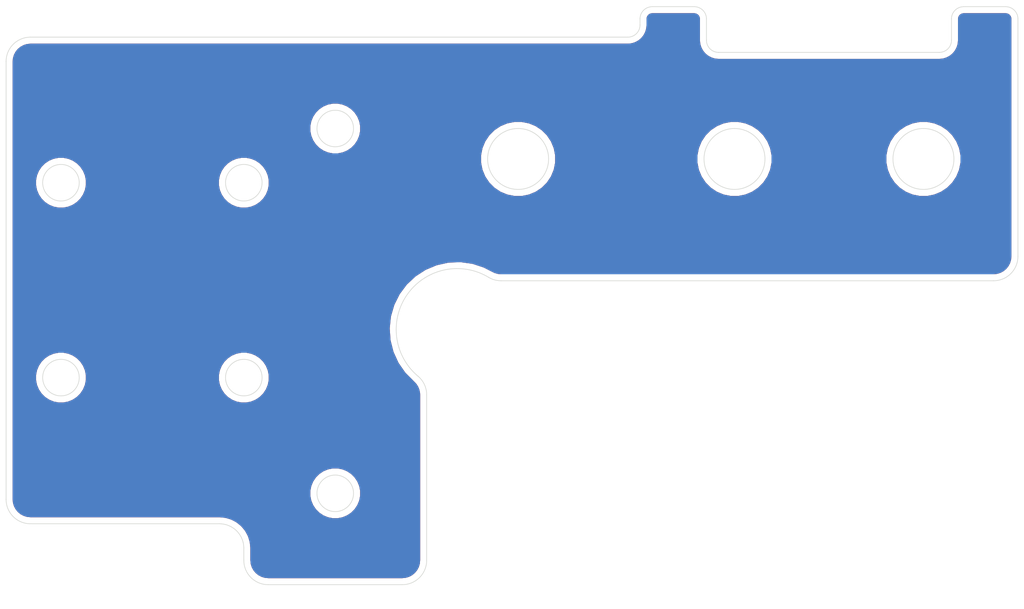
<source format=kicad_pcb>
(kicad_pcb (version 20171130) (host pcbnew 5.1.9+dfsg1-1+deb11u1)

  (general
    (thickness 1.6)
    (drawings 39)
    (tracks 0)
    (zones 0)
    (modules 0)
    (nets 1)
  )

  (page A4)
  (layers
    (0 F.Cu signal)
    (31 B.Cu signal)
    (32 B.Adhes user)
    (33 F.Adhes user)
    (34 B.Paste user)
    (35 F.Paste user)
    (36 B.SilkS user)
    (37 F.SilkS user)
    (38 B.Mask user)
    (39 F.Mask user)
    (40 Dwgs.User user)
    (41 Cmts.User user)
    (42 Eco1.User user)
    (43 Eco2.User user)
    (44 Edge.Cuts user)
    (45 Margin user)
    (46 B.CrtYd user)
    (47 F.CrtYd user)
    (48 B.Fab user)
    (49 F.Fab user)
  )

  (setup
    (last_trace_width 0.25)
    (trace_clearance 0.2)
    (zone_clearance 0.508)
    (zone_45_only no)
    (trace_min 0.2)
    (via_size 0.8)
    (via_drill 0.4)
    (via_min_size 0.4)
    (via_min_drill 0.3)
    (uvia_size 0.3)
    (uvia_drill 0.1)
    (uvias_allowed no)
    (uvia_min_size 0.2)
    (uvia_min_drill 0.1)
    (edge_width 0.05)
    (segment_width 0.2)
    (pcb_text_width 0.3)
    (pcb_text_size 1.5 1.5)
    (mod_edge_width 0.12)
    (mod_text_size 1 1)
    (mod_text_width 0.15)
    (pad_size 1.524 1.524)
    (pad_drill 0.762)
    (pad_to_mask_clearance 0)
    (aux_axis_origin 0 0)
    (visible_elements FFFFFF7F)
    (pcbplotparams
      (layerselection 0x010fc_ffffffff)
      (usegerberextensions true)
      (usegerberattributes false)
      (usegerberadvancedattributes false)
      (creategerberjobfile false)
      (excludeedgelayer true)
      (linewidth 0.100000)
      (plotframeref false)
      (viasonmask false)
      (mode 1)
      (useauxorigin false)
      (hpglpennumber 1)
      (hpglpenspeed 20)
      (hpglpendiameter 15.000000)
      (psnegative false)
      (psa4output false)
      (plotreference true)
      (plotvalue true)
      (plotinvisibletext false)
      (padsonsilk false)
      (subtractmaskfromsilk true)
      (outputformat 1)
      (mirror false)
      (drillshape 0)
      (scaleselection 1)
      (outputdirectory "y-carrier-rf-gerber/"))
  )

  (net 0 "")

  (net_class Default "This is the default net class."
    (clearance 0.2)
    (trace_width 0.25)
    (via_dia 0.8)
    (via_drill 0.4)
    (uvia_dia 0.3)
    (uvia_drill 0.1)
  )

  (gr_line (start 131 123) (end 115.5 123) (layer Edge.Cuts) (width 0.05))
  (gr_circle (center 133 111) (end 134.5 111) (layer Edge.Cuts) (width 0.05))
  (gr_line (start 195.5 80.55) (end 192.05 80.55) (layer Edge.Cuts) (width 0.05))
  (gr_arc (start 190.05 83.3) (end 190.05 84.3) (angle -90) (layer Edge.Cuts) (width 0.05))
  (gr_arc (start 171.95 83.3) (end 170.95 83.3) (angle -90) (layer Edge.Cuts) (width 0.05))
  (gr_arc (start 194.5 101.05) (end 194.5 103.05) (angle -90) (layer Edge.Cuts) (width 0.05))
  (gr_circle (center 133 95) (end 134.5 95) (layer Edge.Cuts) (width 0.05))
  (gr_line (start 148 112.4119) (end 148 126) (layer Edge.Cuts) (width 0.05))
  (gr_line (start 135 128) (end 146 128) (layer Edge.Cuts) (width 0.05))
  (gr_line (start 133 126) (end 133 125) (layer Edge.Cuts) (width 0.05))
  (gr_arc (start 115.5 121) (end 113.5 121) (angle -90) (layer Edge.Cuts) (width 0.05))
  (gr_arc (start 115.5 85.05) (end 115.5 83.05) (angle -90) (layer Edge.Cuts) (width 0.05))
  (gr_arc (start 154.1056 101.05) (end 153.075434 102.764281) (angle -31.003) (layer Edge.Cuts) (width 0.05))
  (gr_line (start 169.95 80.55) (end 166.5 80.55) (layer Edge.Cuts) (width 0.05))
  (gr_circle (center 173.25 93.05) (end 175.75 93.05) (layer Edge.Cuts) (width 0.05))
  (gr_arc (start 135 126) (end 133 126) (angle -90) (layer Edge.Cuts) (width 0.05))
  (gr_arc (start 169.95 81.55) (end 170.95 81.55) (angle -90) (layer Edge.Cuts) (width 0.05))
  (gr_line (start 165.5 81.55) (end 165.5 82.05) (layer Edge.Cuts) (width 0.05))
  (gr_line (start 191.05 83.3) (end 191.05 81.55) (layer Edge.Cuts) (width 0.05))
  (gr_line (start 194.5 103.05) (end 154.1056 103.05) (layer Edge.Cuts) (width 0.05))
  (gr_arc (start 146 126) (end 146 128) (angle -90) (layer Edge.Cuts) (width 0.05))
  (gr_arc (start 146 112.4119) (end 148 112.4119) (angle -49.9948) (layer Edge.Cuts) (width 0.05))
  (gr_arc (start 150.5 107.05) (end 153.075392 102.764285) (angle -170.9977) (layer Edge.Cuts) (width 0.05))
  (gr_circle (center 118 95) (end 119.5 95) (layer Edge.Cuts) (width 0.05))
  (gr_line (start 170.95 81.55) (end 170.95 83.3) (layer Edge.Cuts) (width 0.05))
  (gr_arc (start 131 125) (end 133 125) (angle -90) (layer Edge.Cuts) (width 0.05))
  (gr_arc (start 192.05 81.55) (end 192.05 80.55) (angle -90) (layer Edge.Cuts) (width 0.05))
  (gr_arc (start 166.5 81.55) (end 166.5 80.55) (angle -90) (layer Edge.Cuts) (width 0.05))
  (gr_arc (start 195.5 81.55) (end 196.5 81.55) (angle -90) (layer Edge.Cuts) (width 0.05))
  (gr_line (start 196.5 81.55) (end 196.5 101.05) (layer Edge.Cuts) (width 0.05))
  (gr_circle (center 140.5 120.5) (end 142 120.5) (layer Edge.Cuts) (width 0.05))
  (gr_circle (center 188.75 93.05) (end 191.25 93.05) (layer Edge.Cuts) (width 0.05))
  (gr_line (start 115.5 83.05) (end 164.5 83.05) (layer Edge.Cuts) (width 0.05))
  (gr_circle (center 155.5 93.05) (end 158 93.05) (layer Edge.Cuts) (width 0.05))
  (gr_line (start 171.95 84.3) (end 190.05 84.3) (layer Edge.Cuts) (width 0.05))
  (gr_line (start 113.5 85.05) (end 113.5 121) (layer Edge.Cuts) (width 0.05))
  (gr_arc (start 164.5 82.05) (end 164.5 83.05) (angle -90) (layer Edge.Cuts) (width 0.05))
  (gr_circle (center 140.5 90.55) (end 142 90.55) (layer Edge.Cuts) (width 0.05))
  (gr_circle (center 118 111) (end 119.5 111) (layer Edge.Cuts) (width 0.05))

  (zone (net 0) (net_name "") (layer F.Cu) (tstamp 64C3C1D6) (hatch edge 0.508)
    (connect_pads (clearance 0.508))
    (min_thickness 0.254)
    (fill yes (arc_segments 32) (thermal_gap 0.508) (thermal_bridge_width 0.508))
    (polygon
      (pts
        (xy 197 130) (xy 113 129) (xy 113 80) (xy 197 80)
      )
    )
    (filled_polygon
      (pts
        (xy 170.015424 81.21958) (xy 170.078356 81.23858) (xy 170.136405 81.269445) (xy 170.187343 81.310989) (xy 170.229248 81.361644)
        (xy 170.260515 81.419471) (xy 170.279956 81.482272) (xy 170.29 81.577836) (xy 170.290001 83.332419) (xy 170.292783 83.360664)
        (xy 170.29274 83.366801) (xy 170.29364 83.375972) (xy 170.314041 83.570069) (xy 170.326068 83.628658) (xy 170.337277 83.687423)
        (xy 170.339941 83.696245) (xy 170.397653 83.882683) (xy 170.420838 83.937838) (xy 170.443242 83.993291) (xy 170.447568 84.001427)
        (xy 170.540393 84.173104) (xy 170.573846 84.222699) (xy 170.6066 84.272753) (xy 170.612424 84.279894) (xy 170.736828 84.430272)
        (xy 170.779263 84.472411) (xy 170.821126 84.515161) (xy 170.828227 84.521034) (xy 170.979469 84.644384) (xy 171.029277 84.677477)
        (xy 171.078651 84.711284) (xy 171.086757 84.715667) (xy 171.25908 84.807292) (xy 171.314392 84.83009) (xy 171.369366 84.853652)
        (xy 171.378169 84.856377) (xy 171.565006 84.912786) (xy 171.623686 84.924405) (xy 171.682196 84.936842) (xy 171.691361 84.937805)
        (xy 171.885594 84.95685) (xy 171.885598 84.95685) (xy 171.917581 84.96) (xy 190.082419 84.96) (xy 190.110674 84.957217)
        (xy 190.116801 84.95726) (xy 190.125972 84.95636) (xy 190.320069 84.935959) (xy 190.378658 84.923932) (xy 190.437423 84.912723)
        (xy 190.446245 84.910059) (xy 190.632683 84.852347) (xy 190.687838 84.829162) (xy 190.743291 84.806758) (xy 190.751427 84.802432)
        (xy 190.923104 84.709607) (xy 190.972699 84.676154) (xy 191.022753 84.6434) (xy 191.029894 84.637576) (xy 191.180272 84.513172)
        (xy 191.222411 84.470737) (xy 191.265161 84.428874) (xy 191.271034 84.421773) (xy 191.394384 84.270531) (xy 191.427477 84.220723)
        (xy 191.461284 84.171349) (xy 191.465667 84.163243) (xy 191.557292 83.99092) (xy 191.58009 83.935608) (xy 191.603652 83.880634)
        (xy 191.606377 83.871831) (xy 191.662786 83.684994) (xy 191.674405 83.626314) (xy 191.686842 83.567804) (xy 191.687805 83.558639)
        (xy 191.70685 83.364406) (xy 191.70685 83.364402) (xy 191.71 83.332419) (xy 191.71 81.582279) (xy 191.71958 81.484576)
        (xy 191.73858 81.421644) (xy 191.769445 81.363595) (xy 191.810989 81.312657) (xy 191.861644 81.270752) (xy 191.919471 81.239485)
        (xy 191.982272 81.220044) (xy 192.077835 81.21) (xy 195.467721 81.21) (xy 195.565424 81.21958) (xy 195.628356 81.23858)
        (xy 195.686405 81.269445) (xy 195.737343 81.310989) (xy 195.779248 81.361644) (xy 195.810515 81.419471) (xy 195.829956 81.482272)
        (xy 195.84 81.577835) (xy 195.840001 101.017711) (xy 195.811375 101.30966) (xy 195.735965 101.559429) (xy 195.613477 101.789794)
        (xy 195.448579 101.991979) (xy 195.247546 102.158288) (xy 195.018046 102.282378) (xy 194.768805 102.359531) (xy 194.478911 102.39)
        (xy 154.137879 102.39) (xy 153.84594 102.361375) (xy 153.588951 102.283785) (xy 153.371999 102.174663) (xy 153.371938 102.174639)
        (xy 152.770809 101.866975) (xy 152.757971 101.861787) (xy 152.745955 101.854904) (xy 152.675211 101.827173) (xy 151.830281 101.550925)
        (xy 151.810047 101.546252) (xy 151.790487 101.539285) (xy 151.71595 101.52452) (xy 150.835454 101.402263) (xy 150.814717 101.401247)
        (xy 150.794228 101.397853) (xy 150.718255 101.39652) (xy 150.718254 101.39652) (xy 149.830025 101.432117) (xy 149.809431 101.43479)
        (xy 149.788669 101.435078) (xy 149.71366 101.44722) (xy 148.845772 101.639547) (xy 148.825976 101.645825) (xy 148.805594 101.649785)
        (xy 148.733921 101.675018) (xy 147.913807 102.017995) (xy 147.895441 102.027676) (xy 147.876077 102.035185) (xy 147.810005 102.072712)
        (xy 147.063589 102.555498) (xy 147.047226 102.56828) (xy 147.0295 102.579098) (xy 146.971117 102.627732) (xy 146.321992 103.235067)
        (xy 146.308152 103.250544) (xy 146.292621 103.26433) (xy 146.243774 103.322534) (xy 145.712457 104.03522) (xy 145.701577 104.052901)
        (xy 145.688731 104.069223) (xy 145.650963 104.135157) (xy 145.254249 104.930668) (xy 145.246673 104.949996) (xy 145.23692 104.968334)
        (xy 145.211425 105.039914) (xy 144.961854 105.893106) (xy 144.95782 105.91347) (xy 144.951469 105.933245) (xy 144.939052 106.008209)
        (xy 144.844512 106.89211) (xy 144.844148 106.912875) (xy 144.8414 106.933455) (xy 144.842454 107.009433) (xy 144.905934 107.896107)
        (xy 144.909252 107.916602) (xy 144.910192 107.93735) (xy 144.924684 108.01194) (xy 145.144177 108.873358) (xy 145.151074 108.892948)
        (xy 145.155672 108.913194) (xy 145.183144 108.984039) (xy 145.551712 109.792975) (xy 145.561967 109.811031) (xy 145.570079 109.830146)
        (xy 145.609662 109.895007) (xy 146.115655 110.62589) (xy 146.128943 110.641842) (xy 146.140315 110.659223) (xy 146.190758 110.716049)
        (xy 146.816161 111.343748) (xy 147.04192 111.574327) (xy 147.184763 111.792657) (xy 147.282478 112.034573) (xy 147.334606 112.307971)
        (xy 147.34 112.426865) (xy 147.340001 125.967711) (xy 147.311375 126.25966) (xy 147.235965 126.509429) (xy 147.113477 126.739794)
        (xy 146.948579 126.941979) (xy 146.747546 127.108288) (xy 146.518046 127.232378) (xy 146.268805 127.309531) (xy 145.978911 127.34)
        (xy 135.032279 127.34) (xy 134.74034 127.311375) (xy 134.490571 127.235965) (xy 134.260206 127.113477) (xy 134.058021 126.948579)
        (xy 133.891712 126.747546) (xy 133.767622 126.518046) (xy 133.690469 126.268805) (xy 133.66 125.978911) (xy 133.66 124.967581)
        (xy 133.657148 124.938627) (xy 133.657235 124.926219) (xy 133.656335 124.917047) (xy 133.615534 124.528855) (xy 133.603514 124.470299)
        (xy 133.592298 124.411498) (xy 133.589634 124.402677) (xy 133.47421 124.029802) (xy 133.451025 123.974647) (xy 133.428621 123.919194)
        (xy 133.424294 123.911058) (xy 133.424294 123.911057) (xy 133.424291 123.911053) (xy 133.238643 123.567702) (xy 133.205187 123.518101)
        (xy 133.172437 123.468054) (xy 133.166613 123.460913) (xy 132.917806 123.160158) (xy 132.875371 123.118019) (xy 132.833508 123.075269)
        (xy 132.826407 123.069396) (xy 132.523923 122.822695) (xy 132.474107 122.789598) (xy 132.424741 122.755795) (xy 132.416635 122.751413)
        (xy 132.071993 122.568163) (xy 132.016687 122.545368) (xy 131.961704 122.521802) (xy 131.952901 122.519077) (xy 131.57923 122.406259)
        (xy 131.520542 122.394639) (xy 131.462039 122.382203) (xy 131.452874 122.38124) (xy 131.064405 122.34315) (xy 131.064402 122.34315)
        (xy 131.032419 122.34) (xy 115.532279 122.34) (xy 115.24034 122.311375) (xy 114.990571 122.235965) (xy 114.760206 122.113477)
        (xy 114.558021 121.948579) (xy 114.391712 121.747546) (xy 114.267622 121.518046) (xy 114.190469 121.268805) (xy 114.16 120.978911)
        (xy 114.16 120.286323) (xy 138.330497 120.286323) (xy 138.330497 120.713677) (xy 138.41387 121.132821) (xy 138.577412 121.527645)
        (xy 138.814837 121.882977) (xy 139.117023 122.185163) (xy 139.472355 122.422588) (xy 139.867179 122.58613) (xy 140.286323 122.669503)
        (xy 140.713677 122.669503) (xy 141.132821 122.58613) (xy 141.527645 122.422588) (xy 141.882977 122.185163) (xy 142.185163 121.882977)
        (xy 142.422588 121.527645) (xy 142.58613 121.132821) (xy 142.669503 120.713677) (xy 142.669503 120.286323) (xy 142.58613 119.867179)
        (xy 142.422588 119.472355) (xy 142.185163 119.117023) (xy 141.882977 118.814837) (xy 141.527645 118.577412) (xy 141.132821 118.41387)
        (xy 140.713677 118.330497) (xy 140.286323 118.330497) (xy 139.867179 118.41387) (xy 139.472355 118.577412) (xy 139.117023 118.814837)
        (xy 138.814837 119.117023) (xy 138.577412 119.472355) (xy 138.41387 119.867179) (xy 138.330497 120.286323) (xy 114.16 120.286323)
        (xy 114.16 110.786323) (xy 115.830497 110.786323) (xy 115.830497 111.213677) (xy 115.91387 111.632821) (xy 116.077412 112.027645)
        (xy 116.314837 112.382977) (xy 116.617023 112.685163) (xy 116.972355 112.922588) (xy 117.367179 113.08613) (xy 117.786323 113.169503)
        (xy 118.213677 113.169503) (xy 118.632821 113.08613) (xy 119.027645 112.922588) (xy 119.382977 112.685163) (xy 119.685163 112.382977)
        (xy 119.922588 112.027645) (xy 120.08613 111.632821) (xy 120.169503 111.213677) (xy 120.169503 110.786323) (xy 130.830497 110.786323)
        (xy 130.830497 111.213677) (xy 130.91387 111.632821) (xy 131.077412 112.027645) (xy 131.314837 112.382977) (xy 131.617023 112.685163)
        (xy 131.972355 112.922588) (xy 132.367179 113.08613) (xy 132.786323 113.169503) (xy 133.213677 113.169503) (xy 133.632821 113.08613)
        (xy 134.027645 112.922588) (xy 134.382977 112.685163) (xy 134.685163 112.382977) (xy 134.922588 112.027645) (xy 135.08613 111.632821)
        (xy 135.169503 111.213677) (xy 135.169503 110.786323) (xy 135.08613 110.367179) (xy 134.922588 109.972355) (xy 134.685163 109.617023)
        (xy 134.382977 109.314837) (xy 134.027645 109.077412) (xy 133.632821 108.91387) (xy 133.213677 108.830497) (xy 132.786323 108.830497)
        (xy 132.367179 108.91387) (xy 131.972355 109.077412) (xy 131.617023 109.314837) (xy 131.314837 109.617023) (xy 131.077412 109.972355)
        (xy 130.91387 110.367179) (xy 130.830497 110.786323) (xy 120.169503 110.786323) (xy 120.08613 110.367179) (xy 119.922588 109.972355)
        (xy 119.685163 109.617023) (xy 119.382977 109.314837) (xy 119.027645 109.077412) (xy 118.632821 108.91387) (xy 118.213677 108.830497)
        (xy 117.786323 108.830497) (xy 117.367179 108.91387) (xy 116.972355 109.077412) (xy 116.617023 109.314837) (xy 116.314837 109.617023)
        (xy 116.077412 109.972355) (xy 115.91387 110.367179) (xy 115.830497 110.786323) (xy 114.16 110.786323) (xy 114.16 94.786323)
        (xy 115.830497 94.786323) (xy 115.830497 95.213677) (xy 115.91387 95.632821) (xy 116.077412 96.027645) (xy 116.314837 96.382977)
        (xy 116.617023 96.685163) (xy 116.972355 96.922588) (xy 117.367179 97.08613) (xy 117.786323 97.169503) (xy 118.213677 97.169503)
        (xy 118.632821 97.08613) (xy 119.027645 96.922588) (xy 119.382977 96.685163) (xy 119.685163 96.382977) (xy 119.922588 96.027645)
        (xy 120.08613 95.632821) (xy 120.169503 95.213677) (xy 120.169503 94.786323) (xy 130.830497 94.786323) (xy 130.830497 95.213677)
        (xy 130.91387 95.632821) (xy 131.077412 96.027645) (xy 131.314837 96.382977) (xy 131.617023 96.685163) (xy 131.972355 96.922588)
        (xy 132.367179 97.08613) (xy 132.786323 97.169503) (xy 133.213677 97.169503) (xy 133.632821 97.08613) (xy 134.027645 96.922588)
        (xy 134.382977 96.685163) (xy 134.685163 96.382977) (xy 134.922588 96.027645) (xy 135.08613 95.632821) (xy 135.169503 95.213677)
        (xy 135.169503 94.786323) (xy 135.08613 94.367179) (xy 134.922588 93.972355) (xy 134.685163 93.617023) (xy 134.382977 93.314837)
        (xy 134.027645 93.077412) (xy 133.632821 92.91387) (xy 133.213677 92.830497) (xy 132.786323 92.830497) (xy 132.367179 92.91387)
        (xy 131.972355 93.077412) (xy 131.617023 93.314837) (xy 131.314837 93.617023) (xy 131.077412 93.972355) (xy 130.91387 94.367179)
        (xy 130.830497 94.786323) (xy 120.169503 94.786323) (xy 120.08613 94.367179) (xy 119.922588 93.972355) (xy 119.685163 93.617023)
        (xy 119.382977 93.314837) (xy 119.027645 93.077412) (xy 118.632821 92.91387) (xy 118.213677 92.830497) (xy 117.786323 92.830497)
        (xy 117.367179 92.91387) (xy 116.972355 93.077412) (xy 116.617023 93.314837) (xy 116.314837 93.617023) (xy 116.077412 93.972355)
        (xy 115.91387 94.367179) (xy 115.830497 94.786323) (xy 114.16 94.786323) (xy 114.16 92.738305) (xy 152.335313 92.738305)
        (xy 152.335313 93.361695) (xy 152.45693 93.973105) (xy 152.69549 94.549042) (xy 153.041827 95.067371) (xy 153.482629 95.508173)
        (xy 154.000958 95.85451) (xy 154.576895 96.09307) (xy 155.188305 96.214687) (xy 155.811695 96.214687) (xy 156.423105 96.09307)
        (xy 156.999042 95.85451) (xy 157.517371 95.508173) (xy 157.958173 95.067371) (xy 158.30451 94.549042) (xy 158.54307 93.973105)
        (xy 158.664687 93.361695) (xy 158.664687 92.738305) (xy 170.085313 92.738305) (xy 170.085313 93.361695) (xy 170.20693 93.973105)
        (xy 170.44549 94.549042) (xy 170.791827 95.067371) (xy 171.232629 95.508173) (xy 171.750958 95.85451) (xy 172.326895 96.09307)
        (xy 172.938305 96.214687) (xy 173.561695 96.214687) (xy 174.173105 96.09307) (xy 174.749042 95.85451) (xy 175.267371 95.508173)
        (xy 175.708173 95.067371) (xy 176.05451 94.549042) (xy 176.29307 93.973105) (xy 176.414687 93.361695) (xy 176.414687 92.738305)
        (xy 185.585313 92.738305) (xy 185.585313 93.361695) (xy 185.70693 93.973105) (xy 185.94549 94.549042) (xy 186.291827 95.067371)
        (xy 186.732629 95.508173) (xy 187.250958 95.85451) (xy 187.826895 96.09307) (xy 188.438305 96.214687) (xy 189.061695 96.214687)
        (xy 189.673105 96.09307) (xy 190.249042 95.85451) (xy 190.767371 95.508173) (xy 191.208173 95.067371) (xy 191.55451 94.549042)
        (xy 191.79307 93.973105) (xy 191.914687 93.361695) (xy 191.914687 92.738305) (xy 191.79307 92.126895) (xy 191.55451 91.550958)
        (xy 191.208173 91.032629) (xy 190.767371 90.591827) (xy 190.249042 90.24549) (xy 189.673105 90.00693) (xy 189.061695 89.885313)
        (xy 188.438305 89.885313) (xy 187.826895 90.00693) (xy 187.250958 90.24549) (xy 186.732629 90.591827) (xy 186.291827 91.032629)
        (xy 185.94549 91.550958) (xy 185.70693 92.126895) (xy 185.585313 92.738305) (xy 176.414687 92.738305) (xy 176.29307 92.126895)
        (xy 176.05451 91.550958) (xy 175.708173 91.032629) (xy 175.267371 90.591827) (xy 174.749042 90.24549) (xy 174.173105 90.00693)
        (xy 173.561695 89.885313) (xy 172.938305 89.885313) (xy 172.326895 90.00693) (xy 171.750958 90.24549) (xy 171.232629 90.591827)
        (xy 170.791827 91.032629) (xy 170.44549 91.550958) (xy 170.20693 92.126895) (xy 170.085313 92.738305) (xy 158.664687 92.738305)
        (xy 158.54307 92.126895) (xy 158.30451 91.550958) (xy 157.958173 91.032629) (xy 157.517371 90.591827) (xy 156.999042 90.24549)
        (xy 156.423105 90.00693) (xy 155.811695 89.885313) (xy 155.188305 89.885313) (xy 154.576895 90.00693) (xy 154.000958 90.24549)
        (xy 153.482629 90.591827) (xy 153.041827 91.032629) (xy 152.69549 91.550958) (xy 152.45693 92.126895) (xy 152.335313 92.738305)
        (xy 114.16 92.738305) (xy 114.16 90.336323) (xy 138.330497 90.336323) (xy 138.330497 90.763677) (xy 138.41387 91.182821)
        (xy 138.577412 91.577645) (xy 138.814837 91.932977) (xy 139.117023 92.235163) (xy 139.472355 92.472588) (xy 139.867179 92.63613)
        (xy 140.286323 92.719503) (xy 140.713677 92.719503) (xy 141.132821 92.63613) (xy 141.527645 92.472588) (xy 141.882977 92.235163)
        (xy 142.185163 91.932977) (xy 142.422588 91.577645) (xy 142.58613 91.182821) (xy 142.669503 90.763677) (xy 142.669503 90.336323)
        (xy 142.58613 89.917179) (xy 142.422588 89.522355) (xy 142.185163 89.167023) (xy 141.882977 88.864837) (xy 141.527645 88.627412)
        (xy 141.132821 88.46387) (xy 140.713677 88.380497) (xy 140.286323 88.380497) (xy 139.867179 88.46387) (xy 139.472355 88.627412)
        (xy 139.117023 88.864837) (xy 138.814837 89.167023) (xy 138.577412 89.522355) (xy 138.41387 89.917179) (xy 138.330497 90.336323)
        (xy 114.16 90.336323) (xy 114.16 85.082279) (xy 114.188625 84.790341) (xy 114.264035 84.540571) (xy 114.386522 84.310208)
        (xy 114.551422 84.10802) (xy 114.75245 83.941714) (xy 114.981954 83.817622) (xy 115.231195 83.740469) (xy 115.521088 83.71)
        (xy 164.532419 83.71) (xy 164.560674 83.707217) (xy 164.566801 83.70726) (xy 164.575972 83.70636) (xy 164.770069 83.685959)
        (xy 164.828658 83.673932) (xy 164.887423 83.662723) (xy 164.896245 83.660059) (xy 165.082683 83.602347) (xy 165.137838 83.579162)
        (xy 165.193291 83.556758) (xy 165.201427 83.552432) (xy 165.373104 83.459607) (xy 165.422699 83.426154) (xy 165.472753 83.3934)
        (xy 165.479894 83.387576) (xy 165.630272 83.263172) (xy 165.672411 83.220737) (xy 165.715161 83.178874) (xy 165.721034 83.171773)
        (xy 165.844384 83.020531) (xy 165.877477 82.970723) (xy 165.911284 82.921349) (xy 165.915667 82.913243) (xy 166.007292 82.74092)
        (xy 166.03009 82.685608) (xy 166.053652 82.630634) (xy 166.056377 82.621831) (xy 166.112786 82.434994) (xy 166.124405 82.376314)
        (xy 166.136842 82.317804) (xy 166.137805 82.308639) (xy 166.15685 82.114406) (xy 166.15685 82.114402) (xy 166.16 82.082419)
        (xy 166.16 81.582279) (xy 166.16958 81.484576) (xy 166.18858 81.421644) (xy 166.219445 81.363595) (xy 166.260989 81.312657)
        (xy 166.311644 81.270752) (xy 166.369471 81.239485) (xy 166.432272 81.220044) (xy 166.527835 81.21) (xy 169.917721 81.21)
      )
    )
  )
  (zone (net 0) (net_name "") (layer B.Cu) (tstamp 64C3C1D3) (hatch edge 0.508)
    (connect_pads (clearance 0.508))
    (min_thickness 0.254)
    (fill yes (arc_segments 32) (thermal_gap 0.508) (thermal_bridge_width 0.508))
    (polygon
      (pts
        (xy 197 130) (xy 113 129) (xy 113 80) (xy 197 80)
      )
    )
    (filled_polygon
      (pts
        (xy 170.015424 81.21958) (xy 170.078356 81.23858) (xy 170.136405 81.269445) (xy 170.187343 81.310989) (xy 170.229248 81.361644)
        (xy 170.260515 81.419471) (xy 170.279956 81.482272) (xy 170.29 81.577836) (xy 170.290001 83.332419) (xy 170.292783 83.360664)
        (xy 170.29274 83.366801) (xy 170.29364 83.375972) (xy 170.314041 83.570069) (xy 170.326068 83.628658) (xy 170.337277 83.687423)
        (xy 170.339941 83.696245) (xy 170.397653 83.882683) (xy 170.420838 83.937838) (xy 170.443242 83.993291) (xy 170.447568 84.001427)
        (xy 170.540393 84.173104) (xy 170.573846 84.222699) (xy 170.6066 84.272753) (xy 170.612424 84.279894) (xy 170.736828 84.430272)
        (xy 170.779263 84.472411) (xy 170.821126 84.515161) (xy 170.828227 84.521034) (xy 170.979469 84.644384) (xy 171.029277 84.677477)
        (xy 171.078651 84.711284) (xy 171.086757 84.715667) (xy 171.25908 84.807292) (xy 171.314392 84.83009) (xy 171.369366 84.853652)
        (xy 171.378169 84.856377) (xy 171.565006 84.912786) (xy 171.623686 84.924405) (xy 171.682196 84.936842) (xy 171.691361 84.937805)
        (xy 171.885594 84.95685) (xy 171.885598 84.95685) (xy 171.917581 84.96) (xy 190.082419 84.96) (xy 190.110674 84.957217)
        (xy 190.116801 84.95726) (xy 190.125972 84.95636) (xy 190.320069 84.935959) (xy 190.378658 84.923932) (xy 190.437423 84.912723)
        (xy 190.446245 84.910059) (xy 190.632683 84.852347) (xy 190.687838 84.829162) (xy 190.743291 84.806758) (xy 190.751427 84.802432)
        (xy 190.923104 84.709607) (xy 190.972699 84.676154) (xy 191.022753 84.6434) (xy 191.029894 84.637576) (xy 191.180272 84.513172)
        (xy 191.222411 84.470737) (xy 191.265161 84.428874) (xy 191.271034 84.421773) (xy 191.394384 84.270531) (xy 191.427477 84.220723)
        (xy 191.461284 84.171349) (xy 191.465667 84.163243) (xy 191.557292 83.99092) (xy 191.58009 83.935608) (xy 191.603652 83.880634)
        (xy 191.606377 83.871831) (xy 191.662786 83.684994) (xy 191.674405 83.626314) (xy 191.686842 83.567804) (xy 191.687805 83.558639)
        (xy 191.70685 83.364406) (xy 191.70685 83.364402) (xy 191.71 83.332419) (xy 191.71 81.582279) (xy 191.71958 81.484576)
        (xy 191.73858 81.421644) (xy 191.769445 81.363595) (xy 191.810989 81.312657) (xy 191.861644 81.270752) (xy 191.919471 81.239485)
        (xy 191.982272 81.220044) (xy 192.077835 81.21) (xy 195.467721 81.21) (xy 195.565424 81.21958) (xy 195.628356 81.23858)
        (xy 195.686405 81.269445) (xy 195.737343 81.310989) (xy 195.779248 81.361644) (xy 195.810515 81.419471) (xy 195.829956 81.482272)
        (xy 195.84 81.577835) (xy 195.840001 101.017711) (xy 195.811375 101.30966) (xy 195.735965 101.559429) (xy 195.613477 101.789794)
        (xy 195.448579 101.991979) (xy 195.247546 102.158288) (xy 195.018046 102.282378) (xy 194.768805 102.359531) (xy 194.478911 102.39)
        (xy 154.137879 102.39) (xy 153.84594 102.361375) (xy 153.588951 102.283785) (xy 153.371999 102.174663) (xy 153.371938 102.174639)
        (xy 152.770809 101.866975) (xy 152.757971 101.861787) (xy 152.745955 101.854904) (xy 152.675211 101.827173) (xy 151.830281 101.550925)
        (xy 151.810047 101.546252) (xy 151.790487 101.539285) (xy 151.71595 101.52452) (xy 150.835454 101.402263) (xy 150.814717 101.401247)
        (xy 150.794228 101.397853) (xy 150.718255 101.39652) (xy 150.718254 101.39652) (xy 149.830025 101.432117) (xy 149.809431 101.43479)
        (xy 149.788669 101.435078) (xy 149.71366 101.44722) (xy 148.845772 101.639547) (xy 148.825976 101.645825) (xy 148.805594 101.649785)
        (xy 148.733921 101.675018) (xy 147.913807 102.017995) (xy 147.895441 102.027676) (xy 147.876077 102.035185) (xy 147.810005 102.072712)
        (xy 147.063589 102.555498) (xy 147.047226 102.56828) (xy 147.0295 102.579098) (xy 146.971117 102.627732) (xy 146.321992 103.235067)
        (xy 146.308152 103.250544) (xy 146.292621 103.26433) (xy 146.243774 103.322534) (xy 145.712457 104.03522) (xy 145.701577 104.052901)
        (xy 145.688731 104.069223) (xy 145.650963 104.135157) (xy 145.254249 104.930668) (xy 145.246673 104.949996) (xy 145.23692 104.968334)
        (xy 145.211425 105.039914) (xy 144.961854 105.893106) (xy 144.95782 105.91347) (xy 144.951469 105.933245) (xy 144.939052 106.008209)
        (xy 144.844512 106.89211) (xy 144.844148 106.912875) (xy 144.8414 106.933455) (xy 144.842454 107.009433) (xy 144.905934 107.896107)
        (xy 144.909252 107.916602) (xy 144.910192 107.93735) (xy 144.924684 108.01194) (xy 145.144177 108.873358) (xy 145.151074 108.892948)
        (xy 145.155672 108.913194) (xy 145.183144 108.984039) (xy 145.551712 109.792975) (xy 145.561967 109.811031) (xy 145.570079 109.830146)
        (xy 145.609662 109.895007) (xy 146.115655 110.62589) (xy 146.128943 110.641842) (xy 146.140315 110.659223) (xy 146.190758 110.716049)
        (xy 146.816161 111.343748) (xy 147.04192 111.574327) (xy 147.184763 111.792657) (xy 147.282478 112.034573) (xy 147.334606 112.307971)
        (xy 147.34 112.426865) (xy 147.340001 125.967711) (xy 147.311375 126.25966) (xy 147.235965 126.509429) (xy 147.113477 126.739794)
        (xy 146.948579 126.941979) (xy 146.747546 127.108288) (xy 146.518046 127.232378) (xy 146.268805 127.309531) (xy 145.978911 127.34)
        (xy 135.032279 127.34) (xy 134.74034 127.311375) (xy 134.490571 127.235965) (xy 134.260206 127.113477) (xy 134.058021 126.948579)
        (xy 133.891712 126.747546) (xy 133.767622 126.518046) (xy 133.690469 126.268805) (xy 133.66 125.978911) (xy 133.66 124.967581)
        (xy 133.657148 124.938627) (xy 133.657235 124.926219) (xy 133.656335 124.917047) (xy 133.615534 124.528855) (xy 133.603514 124.470299)
        (xy 133.592298 124.411498) (xy 133.589634 124.402677) (xy 133.47421 124.029802) (xy 133.451025 123.974647) (xy 133.428621 123.919194)
        (xy 133.424294 123.911058) (xy 133.424294 123.911057) (xy 133.424291 123.911053) (xy 133.238643 123.567702) (xy 133.205187 123.518101)
        (xy 133.172437 123.468054) (xy 133.166613 123.460913) (xy 132.917806 123.160158) (xy 132.875371 123.118019) (xy 132.833508 123.075269)
        (xy 132.826407 123.069396) (xy 132.523923 122.822695) (xy 132.474107 122.789598) (xy 132.424741 122.755795) (xy 132.416635 122.751413)
        (xy 132.071993 122.568163) (xy 132.016687 122.545368) (xy 131.961704 122.521802) (xy 131.952901 122.519077) (xy 131.57923 122.406259)
        (xy 131.520542 122.394639) (xy 131.462039 122.382203) (xy 131.452874 122.38124) (xy 131.064405 122.34315) (xy 131.064402 122.34315)
        (xy 131.032419 122.34) (xy 115.532279 122.34) (xy 115.24034 122.311375) (xy 114.990571 122.235965) (xy 114.760206 122.113477)
        (xy 114.558021 121.948579) (xy 114.391712 121.747546) (xy 114.267622 121.518046) (xy 114.190469 121.268805) (xy 114.16 120.978911)
        (xy 114.16 120.286323) (xy 138.330497 120.286323) (xy 138.330497 120.713677) (xy 138.41387 121.132821) (xy 138.577412 121.527645)
        (xy 138.814837 121.882977) (xy 139.117023 122.185163) (xy 139.472355 122.422588) (xy 139.867179 122.58613) (xy 140.286323 122.669503)
        (xy 140.713677 122.669503) (xy 141.132821 122.58613) (xy 141.527645 122.422588) (xy 141.882977 122.185163) (xy 142.185163 121.882977)
        (xy 142.422588 121.527645) (xy 142.58613 121.132821) (xy 142.669503 120.713677) (xy 142.669503 120.286323) (xy 142.58613 119.867179)
        (xy 142.422588 119.472355) (xy 142.185163 119.117023) (xy 141.882977 118.814837) (xy 141.527645 118.577412) (xy 141.132821 118.41387)
        (xy 140.713677 118.330497) (xy 140.286323 118.330497) (xy 139.867179 118.41387) (xy 139.472355 118.577412) (xy 139.117023 118.814837)
        (xy 138.814837 119.117023) (xy 138.577412 119.472355) (xy 138.41387 119.867179) (xy 138.330497 120.286323) (xy 114.16 120.286323)
        (xy 114.16 110.786323) (xy 115.830497 110.786323) (xy 115.830497 111.213677) (xy 115.91387 111.632821) (xy 116.077412 112.027645)
        (xy 116.314837 112.382977) (xy 116.617023 112.685163) (xy 116.972355 112.922588) (xy 117.367179 113.08613) (xy 117.786323 113.169503)
        (xy 118.213677 113.169503) (xy 118.632821 113.08613) (xy 119.027645 112.922588) (xy 119.382977 112.685163) (xy 119.685163 112.382977)
        (xy 119.922588 112.027645) (xy 120.08613 111.632821) (xy 120.169503 111.213677) (xy 120.169503 110.786323) (xy 130.830497 110.786323)
        (xy 130.830497 111.213677) (xy 130.91387 111.632821) (xy 131.077412 112.027645) (xy 131.314837 112.382977) (xy 131.617023 112.685163)
        (xy 131.972355 112.922588) (xy 132.367179 113.08613) (xy 132.786323 113.169503) (xy 133.213677 113.169503) (xy 133.632821 113.08613)
        (xy 134.027645 112.922588) (xy 134.382977 112.685163) (xy 134.685163 112.382977) (xy 134.922588 112.027645) (xy 135.08613 111.632821)
        (xy 135.169503 111.213677) (xy 135.169503 110.786323) (xy 135.08613 110.367179) (xy 134.922588 109.972355) (xy 134.685163 109.617023)
        (xy 134.382977 109.314837) (xy 134.027645 109.077412) (xy 133.632821 108.91387) (xy 133.213677 108.830497) (xy 132.786323 108.830497)
        (xy 132.367179 108.91387) (xy 131.972355 109.077412) (xy 131.617023 109.314837) (xy 131.314837 109.617023) (xy 131.077412 109.972355)
        (xy 130.91387 110.367179) (xy 130.830497 110.786323) (xy 120.169503 110.786323) (xy 120.08613 110.367179) (xy 119.922588 109.972355)
        (xy 119.685163 109.617023) (xy 119.382977 109.314837) (xy 119.027645 109.077412) (xy 118.632821 108.91387) (xy 118.213677 108.830497)
        (xy 117.786323 108.830497) (xy 117.367179 108.91387) (xy 116.972355 109.077412) (xy 116.617023 109.314837) (xy 116.314837 109.617023)
        (xy 116.077412 109.972355) (xy 115.91387 110.367179) (xy 115.830497 110.786323) (xy 114.16 110.786323) (xy 114.16 94.786323)
        (xy 115.830497 94.786323) (xy 115.830497 95.213677) (xy 115.91387 95.632821) (xy 116.077412 96.027645) (xy 116.314837 96.382977)
        (xy 116.617023 96.685163) (xy 116.972355 96.922588) (xy 117.367179 97.08613) (xy 117.786323 97.169503) (xy 118.213677 97.169503)
        (xy 118.632821 97.08613) (xy 119.027645 96.922588) (xy 119.382977 96.685163) (xy 119.685163 96.382977) (xy 119.922588 96.027645)
        (xy 120.08613 95.632821) (xy 120.169503 95.213677) (xy 120.169503 94.786323) (xy 130.830497 94.786323) (xy 130.830497 95.213677)
        (xy 130.91387 95.632821) (xy 131.077412 96.027645) (xy 131.314837 96.382977) (xy 131.617023 96.685163) (xy 131.972355 96.922588)
        (xy 132.367179 97.08613) (xy 132.786323 97.169503) (xy 133.213677 97.169503) (xy 133.632821 97.08613) (xy 134.027645 96.922588)
        (xy 134.382977 96.685163) (xy 134.685163 96.382977) (xy 134.922588 96.027645) (xy 135.08613 95.632821) (xy 135.169503 95.213677)
        (xy 135.169503 94.786323) (xy 135.08613 94.367179) (xy 134.922588 93.972355) (xy 134.685163 93.617023) (xy 134.382977 93.314837)
        (xy 134.027645 93.077412) (xy 133.632821 92.91387) (xy 133.213677 92.830497) (xy 132.786323 92.830497) (xy 132.367179 92.91387)
        (xy 131.972355 93.077412) (xy 131.617023 93.314837) (xy 131.314837 93.617023) (xy 131.077412 93.972355) (xy 130.91387 94.367179)
        (xy 130.830497 94.786323) (xy 120.169503 94.786323) (xy 120.08613 94.367179) (xy 119.922588 93.972355) (xy 119.685163 93.617023)
        (xy 119.382977 93.314837) (xy 119.027645 93.077412) (xy 118.632821 92.91387) (xy 118.213677 92.830497) (xy 117.786323 92.830497)
        (xy 117.367179 92.91387) (xy 116.972355 93.077412) (xy 116.617023 93.314837) (xy 116.314837 93.617023) (xy 116.077412 93.972355)
        (xy 115.91387 94.367179) (xy 115.830497 94.786323) (xy 114.16 94.786323) (xy 114.16 92.738305) (xy 152.335313 92.738305)
        (xy 152.335313 93.361695) (xy 152.45693 93.973105) (xy 152.69549 94.549042) (xy 153.041827 95.067371) (xy 153.482629 95.508173)
        (xy 154.000958 95.85451) (xy 154.576895 96.09307) (xy 155.188305 96.214687) (xy 155.811695 96.214687) (xy 156.423105 96.09307)
        (xy 156.999042 95.85451) (xy 157.517371 95.508173) (xy 157.958173 95.067371) (xy 158.30451 94.549042) (xy 158.54307 93.973105)
        (xy 158.664687 93.361695) (xy 158.664687 92.738305) (xy 170.085313 92.738305) (xy 170.085313 93.361695) (xy 170.20693 93.973105)
        (xy 170.44549 94.549042) (xy 170.791827 95.067371) (xy 171.232629 95.508173) (xy 171.750958 95.85451) (xy 172.326895 96.09307)
        (xy 172.938305 96.214687) (xy 173.561695 96.214687) (xy 174.173105 96.09307) (xy 174.749042 95.85451) (xy 175.267371 95.508173)
        (xy 175.708173 95.067371) (xy 176.05451 94.549042) (xy 176.29307 93.973105) (xy 176.414687 93.361695) (xy 176.414687 92.738305)
        (xy 185.585313 92.738305) (xy 185.585313 93.361695) (xy 185.70693 93.973105) (xy 185.94549 94.549042) (xy 186.291827 95.067371)
        (xy 186.732629 95.508173) (xy 187.250958 95.85451) (xy 187.826895 96.09307) (xy 188.438305 96.214687) (xy 189.061695 96.214687)
        (xy 189.673105 96.09307) (xy 190.249042 95.85451) (xy 190.767371 95.508173) (xy 191.208173 95.067371) (xy 191.55451 94.549042)
        (xy 191.79307 93.973105) (xy 191.914687 93.361695) (xy 191.914687 92.738305) (xy 191.79307 92.126895) (xy 191.55451 91.550958)
        (xy 191.208173 91.032629) (xy 190.767371 90.591827) (xy 190.249042 90.24549) (xy 189.673105 90.00693) (xy 189.061695 89.885313)
        (xy 188.438305 89.885313) (xy 187.826895 90.00693) (xy 187.250958 90.24549) (xy 186.732629 90.591827) (xy 186.291827 91.032629)
        (xy 185.94549 91.550958) (xy 185.70693 92.126895) (xy 185.585313 92.738305) (xy 176.414687 92.738305) (xy 176.29307 92.126895)
        (xy 176.05451 91.550958) (xy 175.708173 91.032629) (xy 175.267371 90.591827) (xy 174.749042 90.24549) (xy 174.173105 90.00693)
        (xy 173.561695 89.885313) (xy 172.938305 89.885313) (xy 172.326895 90.00693) (xy 171.750958 90.24549) (xy 171.232629 90.591827)
        (xy 170.791827 91.032629) (xy 170.44549 91.550958) (xy 170.20693 92.126895) (xy 170.085313 92.738305) (xy 158.664687 92.738305)
        (xy 158.54307 92.126895) (xy 158.30451 91.550958) (xy 157.958173 91.032629) (xy 157.517371 90.591827) (xy 156.999042 90.24549)
        (xy 156.423105 90.00693) (xy 155.811695 89.885313) (xy 155.188305 89.885313) (xy 154.576895 90.00693) (xy 154.000958 90.24549)
        (xy 153.482629 90.591827) (xy 153.041827 91.032629) (xy 152.69549 91.550958) (xy 152.45693 92.126895) (xy 152.335313 92.738305)
        (xy 114.16 92.738305) (xy 114.16 90.336323) (xy 138.330497 90.336323) (xy 138.330497 90.763677) (xy 138.41387 91.182821)
        (xy 138.577412 91.577645) (xy 138.814837 91.932977) (xy 139.117023 92.235163) (xy 139.472355 92.472588) (xy 139.867179 92.63613)
        (xy 140.286323 92.719503) (xy 140.713677 92.719503) (xy 141.132821 92.63613) (xy 141.527645 92.472588) (xy 141.882977 92.235163)
        (xy 142.185163 91.932977) (xy 142.422588 91.577645) (xy 142.58613 91.182821) (xy 142.669503 90.763677) (xy 142.669503 90.336323)
        (xy 142.58613 89.917179) (xy 142.422588 89.522355) (xy 142.185163 89.167023) (xy 141.882977 88.864837) (xy 141.527645 88.627412)
        (xy 141.132821 88.46387) (xy 140.713677 88.380497) (xy 140.286323 88.380497) (xy 139.867179 88.46387) (xy 139.472355 88.627412)
        (xy 139.117023 88.864837) (xy 138.814837 89.167023) (xy 138.577412 89.522355) (xy 138.41387 89.917179) (xy 138.330497 90.336323)
        (xy 114.16 90.336323) (xy 114.16 85.082279) (xy 114.188625 84.790341) (xy 114.264035 84.540571) (xy 114.386522 84.310208)
        (xy 114.551422 84.10802) (xy 114.75245 83.941714) (xy 114.981954 83.817622) (xy 115.231195 83.740469) (xy 115.521088 83.71)
        (xy 164.532419 83.71) (xy 164.560674 83.707217) (xy 164.566801 83.70726) (xy 164.575972 83.70636) (xy 164.770069 83.685959)
        (xy 164.828658 83.673932) (xy 164.887423 83.662723) (xy 164.896245 83.660059) (xy 165.082683 83.602347) (xy 165.137838 83.579162)
        (xy 165.193291 83.556758) (xy 165.201427 83.552432) (xy 165.373104 83.459607) (xy 165.422699 83.426154) (xy 165.472753 83.3934)
        (xy 165.479894 83.387576) (xy 165.630272 83.263172) (xy 165.672411 83.220737) (xy 165.715161 83.178874) (xy 165.721034 83.171773)
        (xy 165.844384 83.020531) (xy 165.877477 82.970723) (xy 165.911284 82.921349) (xy 165.915667 82.913243) (xy 166.007292 82.74092)
        (xy 166.03009 82.685608) (xy 166.053652 82.630634) (xy 166.056377 82.621831) (xy 166.112786 82.434994) (xy 166.124405 82.376314)
        (xy 166.136842 82.317804) (xy 166.137805 82.308639) (xy 166.15685 82.114406) (xy 166.15685 82.114402) (xy 166.16 82.082419)
        (xy 166.16 81.582279) (xy 166.16958 81.484576) (xy 166.18858 81.421644) (xy 166.219445 81.363595) (xy 166.260989 81.312657)
        (xy 166.311644 81.270752) (xy 166.369471 81.239485) (xy 166.432272 81.220044) (xy 166.527835 81.21) (xy 169.917721 81.21)
      )
    )
  )
)

</source>
